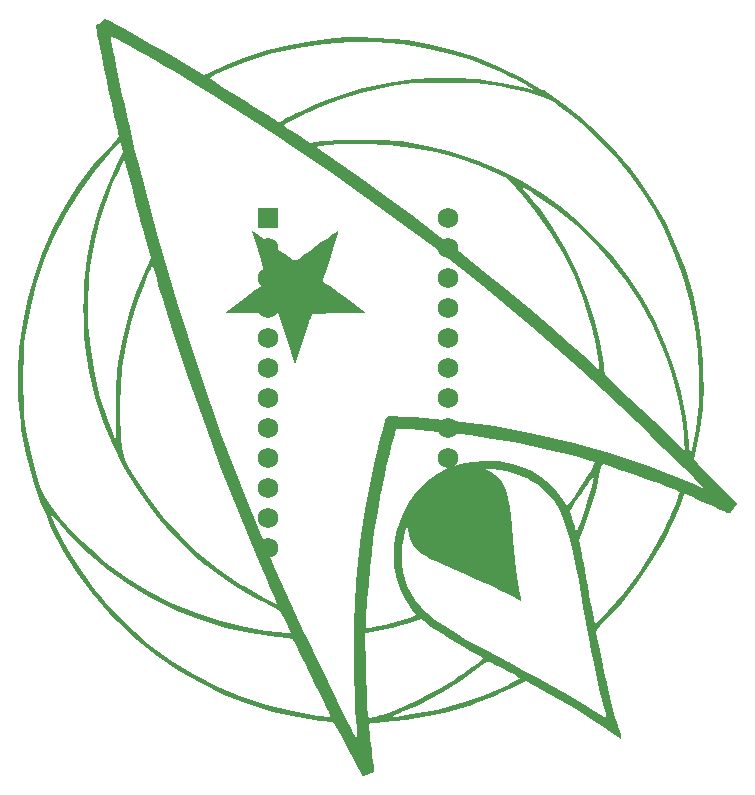
<source format=gbr>
%TF.GenerationSoftware,KiCad,Pcbnew,9.0.2*%
%TF.CreationDate,2025-06-13T21:11:19+02:00*%
%TF.ProjectId,quacken_pcb,71756163-6b65-46e5-9f70-63622e6b6963,v1.0.0*%
%TF.SameCoordinates,Original*%
%TF.FileFunction,Legend,Bot*%
%TF.FilePolarity,Positive*%
%FSLAX46Y46*%
G04 Gerber Fmt 4.6, Leading zero omitted, Abs format (unit mm)*
G04 Created by KiCad (PCBNEW 9.0.2) date 2025-06-13 21:11:19*
%MOMM*%
%LPD*%
G01*
G04 APERTURE LIST*
%ADD10C,0.000000*%
%ADD11R,1.752600X1.752600*%
%ADD12C,1.752600*%
G04 APERTURE END LIST*
D10*
%TO.C,G\u002A\u002A\u002A*%
G36*
X196212667Y-128351469D02*
G01*
X196164323Y-128560538D01*
X196072296Y-128893179D01*
X195941845Y-129332059D01*
X195778231Y-129859847D01*
X195586712Y-130459211D01*
X195372549Y-131112820D01*
X195141002Y-131803341D01*
X195080879Y-131986254D01*
X194989647Y-132292752D01*
X194935290Y-132517942D01*
X194927958Y-132622783D01*
X194993115Y-132679297D01*
X195179146Y-132823585D01*
X195466968Y-133040463D01*
X195837992Y-133316045D01*
X196273627Y-133636444D01*
X196755284Y-133987775D01*
X198540727Y-135284999D01*
X196268141Y-135327333D01*
X193995555Y-135369666D01*
X193850823Y-135792999D01*
X193835420Y-135838412D01*
X193752560Y-136087063D01*
X193630678Y-136456733D01*
X193479946Y-136916418D01*
X193310537Y-137435119D01*
X193132622Y-137981833D01*
X192559153Y-139747333D01*
X191843407Y-137538666D01*
X191127662Y-135330000D01*
X188855951Y-135307500D01*
X186584241Y-135284999D01*
X188332962Y-134014999D01*
X188737545Y-133721345D01*
X189181191Y-133399764D01*
X189565185Y-133121886D01*
X189870202Y-132901680D01*
X190076914Y-132753115D01*
X190165993Y-132690159D01*
X190172765Y-132655231D01*
X190142896Y-132475706D01*
X190062511Y-132157255D01*
X189935322Y-131713176D01*
X189765037Y-131156769D01*
X189555368Y-130501332D01*
X189375889Y-129945553D01*
X189212292Y-129429668D01*
X189075741Y-128989273D01*
X188972747Y-128645695D01*
X188909826Y-128420258D01*
X188893489Y-128334288D01*
X188929774Y-128349816D01*
X189085263Y-128448148D01*
X189345085Y-128624617D01*
X189690074Y-128865925D01*
X190101065Y-129158772D01*
X190558890Y-129489861D01*
X190844599Y-129697692D01*
X191295350Y-130024683D01*
X191696662Y-130314724D01*
X192026705Y-130552089D01*
X192263648Y-130721052D01*
X192385664Y-130805886D01*
X192415135Y-130824069D01*
X192481004Y-130849226D01*
X192562429Y-130845617D01*
X192676688Y-130803037D01*
X192841059Y-130711281D01*
X193072820Y-130560141D01*
X193389247Y-130339412D01*
X193807619Y-130038888D01*
X194345214Y-129648363D01*
X194762978Y-129344066D01*
X195209487Y-129018389D01*
X195596731Y-128735462D01*
X195905286Y-128509495D01*
X196115731Y-128354694D01*
X196208641Y-128285268D01*
X196212069Y-128283303D01*
X196212667Y-128351469D01*
G37*
G36*
X213597382Y-116468816D02*
G01*
X215362656Y-117670505D01*
X217023001Y-118990006D01*
X217064835Y-119026107D01*
X217545219Y-119460325D01*
X218093864Y-119985471D01*
X218678093Y-120567874D01*
X219265231Y-121173865D01*
X219822600Y-121769775D01*
X220317524Y-122321931D01*
X220717328Y-122796666D01*
X221651052Y-124025991D01*
X222841024Y-125820380D01*
X223899639Y-127700682D01*
X224819309Y-129650379D01*
X225592444Y-131652954D01*
X226211455Y-133691889D01*
X226668755Y-135750666D01*
X226669417Y-135754318D01*
X226940834Y-137618626D01*
X227092368Y-139527843D01*
X227113725Y-140804613D01*
X227124497Y-141448601D01*
X227037694Y-143347533D01*
X226832436Y-145191272D01*
X226509197Y-146946450D01*
X226323697Y-147771714D01*
X226529212Y-147963023D01*
X226641187Y-148073462D01*
X226852885Y-148288054D01*
X227146573Y-148588605D01*
X227504604Y-148957002D01*
X227909329Y-149375129D01*
X228343101Y-149824872D01*
X228623487Y-150116096D01*
X228984216Y-150490768D01*
X229951474Y-151495412D01*
X229674005Y-151856872D01*
X229565340Y-151998021D01*
X229421416Y-152183510D01*
X229342515Y-152283187D01*
X229300613Y-152283200D01*
X229127124Y-152228813D01*
X228845674Y-152117492D01*
X228483144Y-151960102D01*
X228066413Y-151767504D01*
X227916759Y-151696553D01*
X227243825Y-151381388D01*
X226663656Y-151116276D01*
X226188010Y-150906310D01*
X225828647Y-150756584D01*
X225597325Y-150672192D01*
X225505803Y-150658228D01*
X225467679Y-150742580D01*
X225380960Y-150953712D01*
X225259027Y-151258874D01*
X225114969Y-151625666D01*
X224669015Y-152699084D01*
X223753304Y-154579909D01*
X222690855Y-156410670D01*
X221495602Y-158169954D01*
X220181478Y-159836350D01*
X218762416Y-161388444D01*
X218649534Y-161503344D01*
X218361909Y-161803752D01*
X218173769Y-162019569D01*
X218067443Y-162175292D01*
X218025261Y-162295418D01*
X218029552Y-162404444D01*
X218251603Y-163538620D01*
X218486423Y-164705962D01*
X218702811Y-165741339D01*
X218905180Y-166663629D01*
X219097945Y-167491709D01*
X219285519Y-168244458D01*
X219472314Y-168940752D01*
X219662744Y-169599471D01*
X219685873Y-169674053D01*
X219861222Y-170239491D01*
X219895311Y-170346749D01*
X220014314Y-170735589D01*
X220105248Y-171055805D01*
X220159724Y-171276690D01*
X220169354Y-171367535D01*
X220097172Y-171341114D01*
X219915191Y-171232005D01*
X219652657Y-171057308D01*
X219338068Y-170835272D01*
X218746829Y-170416201D01*
X217607983Y-169653204D01*
X216361373Y-168872113D01*
X214989121Y-168061880D01*
X213473350Y-167211459D01*
X212125033Y-166471766D01*
X210891017Y-167063350D01*
X210477133Y-167260869D01*
X209914026Y-167524475D01*
X209433148Y-167740217D01*
X208992162Y-167925652D01*
X208548734Y-168098335D01*
X208060528Y-168275821D01*
X207485208Y-168475667D01*
X207254150Y-168553795D01*
X205512045Y-169074313D01*
X203751835Y-169475810D01*
X201932796Y-169766342D01*
X200014205Y-169953968D01*
X199872213Y-169964158D01*
X199461716Y-169996539D01*
X199125521Y-170027385D01*
X198895190Y-170053617D01*
X198802288Y-170072157D01*
X198799618Y-170089787D01*
X198806030Y-170239564D01*
X198828630Y-170517920D01*
X198864420Y-170896685D01*
X198910404Y-171347687D01*
X198963584Y-171842755D01*
X199020962Y-172353719D01*
X199079540Y-172852406D01*
X199136323Y-173310646D01*
X199188312Y-173700268D01*
X199256386Y-174184871D01*
X198784027Y-174349751D01*
X198572770Y-174422520D01*
X198365897Y-174491268D01*
X198269334Y-174519864D01*
X198256352Y-174515574D01*
X198230079Y-174486880D01*
X198185584Y-174419306D01*
X198115306Y-174298972D01*
X198011682Y-174111997D01*
X197867153Y-173844499D01*
X197674157Y-173482598D01*
X197425131Y-173012413D01*
X197112516Y-172420062D01*
X196728750Y-171691666D01*
X196636613Y-171517002D01*
X196391065Y-171054446D01*
X196174426Y-170650511D01*
X195999089Y-170328055D01*
X195877447Y-170109935D01*
X195821890Y-170019007D01*
X195815760Y-170014607D01*
X195689059Y-169978942D01*
X195433045Y-169932053D01*
X195081291Y-169879525D01*
X194667373Y-169826944D01*
X192761124Y-169537761D01*
X190638598Y-169057199D01*
X188560503Y-168418152D01*
X186536438Y-167625284D01*
X184576003Y-166683260D01*
X182688797Y-165596742D01*
X180884418Y-164370395D01*
X179172466Y-163008881D01*
X177562541Y-161516865D01*
X176802251Y-160727099D01*
X175372701Y-159061535D01*
X174077826Y-157297908D01*
X172921638Y-155444245D01*
X171908147Y-153508573D01*
X171411497Y-152357078D01*
X171827573Y-152357078D01*
X171882770Y-152518295D01*
X172010153Y-152804427D01*
X172211953Y-153223780D01*
X172490400Y-153784666D01*
X172922284Y-154623245D01*
X173568098Y-155778790D01*
X174240399Y-156856492D01*
X174973078Y-157909676D01*
X175800031Y-158991666D01*
X175984034Y-159217146D01*
X176471200Y-159776794D01*
X177044755Y-160396726D01*
X177673270Y-161045509D01*
X178325314Y-161691709D01*
X178969460Y-162303893D01*
X179574276Y-162850629D01*
X180108334Y-163300483D01*
X180431403Y-163555419D01*
X182218557Y-164838766D01*
X184092841Y-165979361D01*
X186045191Y-166973347D01*
X188066541Y-167816864D01*
X190147828Y-168506056D01*
X192279986Y-169037063D01*
X194453951Y-169406029D01*
X194810167Y-169451738D01*
X195152180Y-169493713D01*
X195401845Y-169522181D01*
X195521418Y-169532666D01*
X195534307Y-169505887D01*
X195496720Y-169361678D01*
X195397187Y-169120636D01*
X195247872Y-168814690D01*
X195189588Y-168700832D01*
X195027747Y-168377573D01*
X194811346Y-167939299D01*
X194552556Y-167410899D01*
X194263548Y-166817266D01*
X193956493Y-166183288D01*
X193643564Y-165533856D01*
X193432021Y-165094569D01*
X193151612Y-164515262D01*
X192899313Y-163997462D01*
X192684106Y-163559422D01*
X192514972Y-163219399D01*
X192400892Y-162995648D01*
X192350849Y-162906422D01*
X192262421Y-162877035D01*
X192036373Y-162837136D01*
X191710606Y-162794538D01*
X191321357Y-162754586D01*
X190979330Y-162721651D01*
X188821622Y-162415993D01*
X186690352Y-161945337D01*
X184599053Y-161313130D01*
X182561261Y-160522821D01*
X182039174Y-160289875D01*
X180198102Y-159353917D01*
X178415077Y-158268737D01*
X176706713Y-157046894D01*
X175089623Y-155700947D01*
X173580421Y-154243456D01*
X172195721Y-152686978D01*
X172072792Y-152539821D01*
X171924814Y-152376149D01*
X171842331Y-152312465D01*
X171827573Y-152357078D01*
X171411497Y-152357078D01*
X171041365Y-151498918D01*
X170325305Y-149423309D01*
X169763976Y-147289771D01*
X169361391Y-145106333D01*
X169297982Y-144644583D01*
X169106556Y-142518646D01*
X169084856Y-141014041D01*
X169518714Y-141014041D01*
X169525151Y-141868765D01*
X169544259Y-142687864D01*
X169576040Y-143438031D01*
X169620496Y-144085956D01*
X169677631Y-144598333D01*
X169785075Y-145285575D01*
X169989733Y-146413136D01*
X170222172Y-147507552D01*
X170474395Y-148534790D01*
X170738403Y-149460815D01*
X171006198Y-150251594D01*
X171081340Y-150426749D01*
X171333345Y-150878216D01*
X171693333Y-151410811D01*
X172145404Y-152006743D01*
X172673658Y-152648224D01*
X173262199Y-153317465D01*
X173895125Y-153996676D01*
X174556539Y-154668070D01*
X175230540Y-155313857D01*
X175901231Y-155916248D01*
X176552713Y-156457454D01*
X176566651Y-156468497D01*
X178295548Y-157732420D01*
X180108412Y-158855519D01*
X181994511Y-159833232D01*
X183943116Y-160660997D01*
X185943497Y-161334250D01*
X187984924Y-161848432D01*
X190056667Y-162198978D01*
X190371123Y-162238297D01*
X190840706Y-162293932D01*
X191271010Y-162341671D01*
X191597758Y-162374204D01*
X192165182Y-162424546D01*
X191730348Y-161487453D01*
X191295514Y-160550359D01*
X189866607Y-159822866D01*
X189497403Y-159630667D01*
X188346954Y-158983369D01*
X187184961Y-158262787D01*
X186070172Y-157506466D01*
X185061334Y-156751950D01*
X184905915Y-156625970D01*
X184431827Y-156216389D01*
X183887149Y-155717141D01*
X183300351Y-155156643D01*
X182699906Y-154563312D01*
X182114285Y-153965566D01*
X181571960Y-153391820D01*
X181101402Y-152870492D01*
X180731081Y-152429999D01*
X180481565Y-152111897D01*
X179203778Y-150324198D01*
X178078397Y-148463025D01*
X177106175Y-146530186D01*
X176287866Y-144527488D01*
X175624225Y-142456741D01*
X175116005Y-140319751D01*
X174763960Y-138118328D01*
X174747148Y-137970563D01*
X174696204Y-137359113D01*
X174658308Y-136635983D01*
X174633749Y-135841223D01*
X174630379Y-135586477D01*
X175003799Y-135586477D01*
X175022724Y-136364114D01*
X175062843Y-137020666D01*
X175217778Y-138434678D01*
X175567367Y-140524194D01*
X176052382Y-142514160D01*
X176673216Y-144406368D01*
X176767614Y-144655893D01*
X176931052Y-145076091D01*
X177083885Y-145456211D01*
X177202436Y-145736739D01*
X177406895Y-146197813D01*
X177372484Y-143874073D01*
X177369517Y-143602557D01*
X177739662Y-143602557D01*
X177753094Y-144460369D01*
X177782620Y-145263833D01*
X177828278Y-145974881D01*
X177890103Y-146555442D01*
X177907566Y-146679586D01*
X177973819Y-147104167D01*
X178042582Y-147425295D01*
X178129985Y-147695286D01*
X178252158Y-147966452D01*
X178425229Y-148291108D01*
X178877879Y-149078381D01*
X180043140Y-150865271D01*
X181343487Y-152554825D01*
X182771243Y-154138896D01*
X184318729Y-155609335D01*
X185978266Y-156957995D01*
X187742175Y-158176730D01*
X187984340Y-158326545D01*
X188357323Y-158547989D01*
X188776804Y-158789419D01*
X189218652Y-159037736D01*
X189658734Y-159279841D01*
X190072916Y-159502632D01*
X190437067Y-159693011D01*
X190727053Y-159837876D01*
X190918742Y-159924129D01*
X190988001Y-159938669D01*
X190978640Y-159910868D01*
X190913864Y-159751645D01*
X190795588Y-159471743D01*
X190633400Y-159093586D01*
X190436886Y-158639598D01*
X190215634Y-158132203D01*
X189270777Y-155937913D01*
X187748551Y-152252582D01*
X186276883Y-148502525D01*
X184869438Y-144724803D01*
X183539879Y-140956480D01*
X182301874Y-137234616D01*
X181169086Y-133596276D01*
X181140573Y-133501302D01*
X180964931Y-132917961D01*
X180806113Y-132393343D01*
X180670452Y-131948153D01*
X180564279Y-131603093D01*
X180493925Y-131378870D01*
X180465722Y-131296187D01*
X180465106Y-131296016D01*
X180422201Y-131370084D01*
X180326278Y-131568596D01*
X180190977Y-131862541D01*
X180029940Y-132222910D01*
X179798679Y-132762146D01*
X179158233Y-134457299D01*
X178633865Y-136196663D01*
X178216339Y-138013648D01*
X177896422Y-139941666D01*
X177846151Y-140389226D01*
X177795569Y-141083731D01*
X177760935Y-141876168D01*
X177742288Y-142728467D01*
X177739662Y-143602557D01*
X177369517Y-143602557D01*
X177363521Y-143053792D01*
X177363920Y-142365213D01*
X177374740Y-141780519D01*
X177396969Y-141267001D01*
X177431592Y-140791952D01*
X177479596Y-140322666D01*
X177585380Y-139497970D01*
X177959112Y-137394584D01*
X178477382Y-135360032D01*
X179146864Y-133370447D01*
X179974233Y-131401966D01*
X180321016Y-130651599D01*
X179823224Y-128861966D01*
X179705393Y-128434547D01*
X179520545Y-127754053D01*
X179315586Y-126990562D01*
X179102889Y-126190454D01*
X178894827Y-125400106D01*
X178703774Y-124665898D01*
X178082114Y-122259463D01*
X177593310Y-123268898D01*
X177143836Y-124259021D01*
X176497398Y-125946115D01*
X175951241Y-127726171D01*
X175515081Y-129566063D01*
X175198635Y-131432666D01*
X175187315Y-131518977D01*
X175117315Y-132200486D01*
X175062827Y-132994760D01*
X175024987Y-133855030D01*
X175004932Y-134734526D01*
X175003799Y-135586477D01*
X174630379Y-135586477D01*
X174622818Y-135014881D01*
X174625803Y-134197006D01*
X174642994Y-133427646D01*
X174674680Y-132746850D01*
X174721151Y-132194666D01*
X174933401Y-130655271D01*
X175362129Y-128510135D01*
X175937837Y-126443554D01*
X176662380Y-124449149D01*
X177537617Y-122520540D01*
X177951841Y-121694080D01*
X177841077Y-121256893D01*
X177730314Y-120819706D01*
X176894937Y-121744686D01*
X175592441Y-123286589D01*
X174297346Y-125062688D01*
X173152784Y-126915882D01*
X172158476Y-128846774D01*
X171314144Y-130855964D01*
X170619512Y-132944053D01*
X170074300Y-135111642D01*
X169678232Y-137359333D01*
X169676486Y-137371855D01*
X169619613Y-137905074D01*
X169575396Y-138569210D01*
X169543839Y-139330955D01*
X169524944Y-140157002D01*
X169518714Y-141014041D01*
X169084856Y-141014041D01*
X169075825Y-140387895D01*
X169202321Y-138263395D01*
X169482572Y-136156206D01*
X169913109Y-134077392D01*
X170490464Y-132038016D01*
X171211167Y-130049140D01*
X172071748Y-128121826D01*
X173068737Y-126267138D01*
X174198665Y-124496139D01*
X175458063Y-122819890D01*
X176843461Y-121249455D01*
X177014418Y-121069693D01*
X177283528Y-120777998D01*
X177457777Y-120568949D01*
X177554306Y-120418045D01*
X177590254Y-120300786D01*
X177582762Y-120192671D01*
X177570720Y-120137046D01*
X177521715Y-119916177D01*
X177444331Y-119570665D01*
X177344615Y-119127416D01*
X177228615Y-118613336D01*
X177102378Y-118055333D01*
X177002639Y-117608712D01*
X176873555Y-117017090D01*
X176733626Y-116364044D01*
X176587060Y-115670212D01*
X176438061Y-114956231D01*
X176290839Y-114242738D01*
X176149597Y-113550371D01*
X176018544Y-112899767D01*
X175901886Y-112311563D01*
X175839621Y-111990785D01*
X176953975Y-111990785D01*
X176983293Y-112227483D01*
X177044909Y-112600139D01*
X177135618Y-113093515D01*
X177252214Y-113692376D01*
X177391490Y-114381485D01*
X177550242Y-115145608D01*
X177725263Y-115969507D01*
X177913347Y-116837947D01*
X178111289Y-117735691D01*
X178315882Y-118647505D01*
X178523922Y-119558151D01*
X178732202Y-120452395D01*
X178937516Y-121314999D01*
X179291334Y-122762598D01*
X180830081Y-128624486D01*
X181422372Y-130651599D01*
X182522230Y-134415853D01*
X184369221Y-140140640D01*
X186372495Y-145802783D01*
X188533493Y-151406222D01*
X190853654Y-156954895D01*
X192200007Y-159938669D01*
X193321697Y-162424546D01*
X193334419Y-162452741D01*
X195977229Y-167903697D01*
X196201146Y-168349433D01*
X196617940Y-169175796D01*
X196785731Y-169505887D01*
X196966330Y-169861173D01*
X197250314Y-170413129D01*
X197473890Y-170839231D01*
X197641057Y-171147044D01*
X197755811Y-171344133D01*
X197822152Y-171438065D01*
X197844078Y-171436405D01*
X197838198Y-171344248D01*
X197818319Y-171107568D01*
X197786876Y-170756874D01*
X197746438Y-170320741D01*
X197699570Y-169827738D01*
X197683378Y-169644937D01*
X197641373Y-169011236D01*
X197606635Y-168242250D01*
X197579160Y-167363176D01*
X197558942Y-166399207D01*
X197545972Y-165375538D01*
X197540247Y-164317364D01*
X197541759Y-163249879D01*
X197548429Y-162447561D01*
X198498609Y-162447561D01*
X198554596Y-165333947D01*
X198563400Y-165766294D01*
X198579579Y-166474909D01*
X198596945Y-167145168D01*
X198614709Y-167750882D01*
X198632082Y-168265858D01*
X198648276Y-168663905D01*
X198662504Y-168918833D01*
X198678066Y-169128698D01*
X198710728Y-169405604D01*
X198776169Y-169555661D01*
X198907172Y-169599959D01*
X199136521Y-169559585D01*
X199383867Y-169488254D01*
X200752599Y-169488254D01*
X200843097Y-169506154D01*
X201088104Y-169488704D01*
X201486667Y-169441561D01*
X202466252Y-169302769D01*
X204578537Y-168894716D01*
X206622764Y-168343134D01*
X208624548Y-167640548D01*
X210609501Y-166779485D01*
X210642153Y-166763928D01*
X211000578Y-166586358D01*
X211292920Y-166429483D01*
X211489841Y-166309802D01*
X211562001Y-166243814D01*
X211506401Y-166190948D01*
X211322160Y-166070795D01*
X211032225Y-165900282D01*
X210660648Y-165693496D01*
X210231485Y-165464528D01*
X209897597Y-165290542D01*
X209502952Y-165089188D01*
X209218447Y-164953294D01*
X209020665Y-164873932D01*
X208886194Y-164842175D01*
X208791619Y-164849095D01*
X208713525Y-164885765D01*
X208581613Y-164976774D01*
X208345470Y-165148906D01*
X208042086Y-165375178D01*
X207705522Y-165630430D01*
X206674513Y-166369061D01*
X205453091Y-167145729D01*
X204157714Y-167880910D01*
X202837462Y-168546852D01*
X201541416Y-169115804D01*
X201417659Y-169165881D01*
X201038929Y-169323774D01*
X200817559Y-169429346D01*
X200752599Y-169488254D01*
X199383867Y-169488254D01*
X199497001Y-169455628D01*
X200200659Y-169224613D01*
X201060697Y-168895941D01*
X201984648Y-168503184D01*
X202934065Y-168064174D01*
X203870504Y-167596741D01*
X204755520Y-167118715D01*
X205550667Y-166647928D01*
X205870814Y-166442608D01*
X206284642Y-166166160D01*
X206717117Y-165867733D01*
X207145485Y-165563940D01*
X207546993Y-165271396D01*
X207898886Y-165006716D01*
X208178410Y-164786513D01*
X208362811Y-164627403D01*
X208429334Y-164546001D01*
X208361274Y-164468833D01*
X208196501Y-164375366D01*
X208195636Y-164374978D01*
X207834040Y-164196533D01*
X207364500Y-163940914D01*
X206818208Y-163627273D01*
X206226356Y-163274763D01*
X205620137Y-162902534D01*
X205030743Y-162529739D01*
X204489368Y-162175530D01*
X204027202Y-161859058D01*
X203675439Y-161599476D01*
X203197211Y-161223874D01*
X202255811Y-161521972D01*
X201621067Y-161713334D01*
X200734467Y-161955397D01*
X199848155Y-162172195D01*
X199040138Y-162343791D01*
X198498609Y-162447561D01*
X197548429Y-162447561D01*
X197550502Y-162198277D01*
X197553677Y-161997333D01*
X198525181Y-161997333D01*
X198757091Y-161987511D01*
X198940682Y-161972596D01*
X199158334Y-161938580D01*
X199532068Y-161850589D01*
X200158048Y-161696463D01*
X200772654Y-161537610D01*
X201350290Y-161381205D01*
X201865363Y-161234422D01*
X202292278Y-161104436D01*
X202605441Y-160998421D01*
X202779259Y-160923552D01*
X202781206Y-160922024D01*
X202755986Y-160838574D01*
X202640267Y-160668358D01*
X202457581Y-160446289D01*
X202175778Y-160079808D01*
X201831238Y-159514139D01*
X201514177Y-158871756D01*
X201249153Y-158203407D01*
X201060726Y-157559838D01*
X201053569Y-157528362D01*
X200938537Y-156791111D01*
X200894824Y-155971425D01*
X200900463Y-155787924D01*
X201587092Y-155787924D01*
X201607046Y-156518653D01*
X201685961Y-157206719D01*
X201825197Y-157806333D01*
X202045241Y-158420839D01*
X202345934Y-159056128D01*
X202716343Y-159643783D01*
X203171773Y-160200208D01*
X203727526Y-160741806D01*
X204398907Y-161284979D01*
X205201219Y-161846131D01*
X206149766Y-162441666D01*
X206374106Y-162575691D01*
X206761310Y-162802082D01*
X207185919Y-163043887D01*
X207666788Y-163311457D01*
X208222775Y-163615145D01*
X208872737Y-163965302D01*
X209635529Y-164372282D01*
X209963245Y-164546001D01*
X210530007Y-164846436D01*
X210640765Y-164905030D01*
X211774933Y-165507733D01*
X212777668Y-166046156D01*
X213140763Y-166243814D01*
X213667450Y-166530527D01*
X214462758Y-166971072D01*
X215182070Y-167378018D01*
X215843867Y-167761594D01*
X216466627Y-168132026D01*
X216651993Y-168244257D01*
X217123815Y-168533887D01*
X217584270Y-168821457D01*
X217988595Y-169078865D01*
X218292028Y-169278010D01*
X218439079Y-169376339D01*
X218690060Y-169539265D01*
X218863355Y-169644930D01*
X218928001Y-169674053D01*
X218927084Y-169668231D01*
X218899288Y-169548460D01*
X218837350Y-169294955D01*
X218747490Y-168932813D01*
X218635928Y-168487133D01*
X218508884Y-167983013D01*
X218382413Y-167472703D01*
X218195689Y-166679625D01*
X218009056Y-165836047D01*
X217818585Y-164922436D01*
X217620353Y-163919260D01*
X217410431Y-162806983D01*
X217184894Y-161566074D01*
X216939815Y-160176999D01*
X216752260Y-159112694D01*
X216539361Y-157941135D01*
X216343502Y-156911656D01*
X216161247Y-156010097D01*
X215989158Y-155222294D01*
X215825275Y-154540220D01*
X216547343Y-154540220D01*
X216802242Y-155707610D01*
X216857297Y-155968152D01*
X216958657Y-156474263D01*
X217075535Y-157081800D01*
X217200500Y-157751333D01*
X217326124Y-158443432D01*
X217444976Y-159118666D01*
X217548048Y-159707653D01*
X217647569Y-160262152D01*
X217736604Y-160744125D01*
X217810714Y-161129962D01*
X217865457Y-161396055D01*
X217896394Y-161518796D01*
X217908982Y-161542860D01*
X217961373Y-161567343D01*
X218055387Y-161522877D01*
X218209024Y-161395311D01*
X218440286Y-161170495D01*
X218767172Y-160834278D01*
X219035101Y-160551372D01*
X220386645Y-158994774D01*
X221615423Y-157346183D01*
X222734201Y-155587343D01*
X223755745Y-153699999D01*
X223834063Y-153540891D01*
X224035782Y-153115153D01*
X224249147Y-152646476D01*
X224462280Y-152162921D01*
X224663301Y-151692550D01*
X224840329Y-151263425D01*
X224981486Y-150903607D01*
X225074892Y-150641159D01*
X225108667Y-150504142D01*
X225108864Y-150490768D01*
X225102825Y-150467779D01*
X225072337Y-150440629D01*
X224998342Y-150401157D01*
X224861782Y-150341203D01*
X224643599Y-150252604D01*
X224324737Y-150127199D01*
X223886138Y-149956827D01*
X223308744Y-149733326D01*
X222987559Y-149611316D01*
X222518061Y-149438222D01*
X221990860Y-149248196D01*
X221430061Y-149049517D01*
X220859768Y-148850466D01*
X220304086Y-148659322D01*
X219787120Y-148484365D01*
X219332976Y-148333874D01*
X218965757Y-148216130D01*
X218709570Y-148139412D01*
X218588519Y-148111999D01*
X218528863Y-148153981D01*
X218465652Y-148302499D01*
X218432605Y-148452539D01*
X218371594Y-148730520D01*
X218296397Y-149073623D01*
X218291801Y-149094591D01*
X218202022Y-149504634D01*
X218173705Y-149631092D01*
X217979993Y-150401002D01*
X217735490Y-151253858D01*
X217458739Y-152130445D01*
X217168283Y-152971545D01*
X216882664Y-153717943D01*
X216547343Y-154540220D01*
X215825275Y-154540220D01*
X215823801Y-154534087D01*
X215661737Y-153931314D01*
X215499531Y-153399813D01*
X215333747Y-152925424D01*
X215160946Y-152493984D01*
X214977694Y-152091333D01*
X214974132Y-152084259D01*
X215795334Y-152084259D01*
X215811544Y-152158550D01*
X215872492Y-152367761D01*
X215968145Y-152671632D01*
X216087244Y-153033556D01*
X216090261Y-153042556D01*
X216196786Y-153368836D01*
X216276317Y-153599172D01*
X216341765Y-153724838D01*
X216406039Y-153737107D01*
X216482047Y-153627254D01*
X216582701Y-153386553D01*
X216720910Y-153006277D01*
X216909582Y-152477700D01*
X217003284Y-152206367D01*
X217182992Y-151640764D01*
X217374177Y-150993111D01*
X217561933Y-150316189D01*
X217731353Y-149662779D01*
X217867533Y-149085666D01*
X217869858Y-149073623D01*
X217845655Y-149047158D01*
X217745304Y-149159266D01*
X217575038Y-149401879D01*
X217341091Y-149766932D01*
X217113215Y-150125567D01*
X216813289Y-150581579D01*
X216521371Y-151010621D01*
X216277079Y-151353613D01*
X216155778Y-151520197D01*
X215970444Y-151786485D01*
X215842840Y-151985815D01*
X215795334Y-152084259D01*
X214974132Y-152084259D01*
X214809301Y-151756893D01*
X214628488Y-151448541D01*
X214424650Y-151169579D01*
X214163009Y-150873012D01*
X213808786Y-150511846D01*
X213459588Y-150173687D01*
X213157318Y-149909332D01*
X212869407Y-149699997D01*
X212545549Y-149509269D01*
X212135437Y-149300740D01*
X211628455Y-149075134D01*
X210774989Y-148784397D01*
X209932666Y-148601299D01*
X209149001Y-148537979D01*
X208641001Y-148538400D01*
X209106667Y-148790530D01*
X209156887Y-148818036D01*
X209469674Y-149008779D01*
X209738351Y-149218011D01*
X209968027Y-149460801D01*
X210163807Y-149752221D01*
X210330798Y-150107340D01*
X210474107Y-150541228D01*
X210598840Y-151068956D01*
X210710104Y-151705594D01*
X210813006Y-152466211D01*
X210912653Y-153365878D01*
X211014150Y-154419666D01*
X211100730Y-155341568D01*
X211188888Y-156221043D01*
X211271282Y-156970394D01*
X211350457Y-157610063D01*
X211428959Y-158160490D01*
X211509336Y-158642115D01*
X211594134Y-159075379D01*
X211600267Y-159104606D01*
X211656091Y-159393400D01*
X211688615Y-159604947D01*
X211690967Y-159695255D01*
X211679156Y-159695456D01*
X211558822Y-159646263D01*
X211340062Y-159535553D01*
X211059114Y-159381330D01*
X210757161Y-159214134D01*
X210402967Y-159027952D01*
X210007342Y-158830893D01*
X209551091Y-158614026D01*
X209015025Y-158368422D01*
X208379949Y-158085151D01*
X207626672Y-157755283D01*
X206736001Y-157369889D01*
X206530289Y-157281075D01*
X205703643Y-156919415D01*
X205014487Y-156608119D01*
X204446147Y-156338360D01*
X203981948Y-156101311D01*
X203605217Y-155888144D01*
X203299279Y-155690031D01*
X203047461Y-155498146D01*
X202833087Y-155303661D01*
X202646305Y-155092905D01*
X202352951Y-154628767D01*
X202152282Y-154121650D01*
X202072428Y-153633323D01*
X202065521Y-153318999D01*
X201950786Y-153580438D01*
X201867386Y-153797661D01*
X201718623Y-154381638D01*
X201624738Y-155060323D01*
X201587092Y-155787924D01*
X200900463Y-155787924D01*
X200920708Y-155129061D01*
X201014466Y-154323778D01*
X201174377Y-153615333D01*
X201230112Y-153435613D01*
X201669895Y-152300303D01*
X202223672Y-151281820D01*
X202886657Y-150385075D01*
X203654067Y-149614976D01*
X204521119Y-148976434D01*
X205483029Y-148474358D01*
X206535013Y-148113658D01*
X207475901Y-147919168D01*
X208647827Y-147820379D01*
X209807648Y-147877611D01*
X210934618Y-148089570D01*
X212007989Y-148454964D01*
X212566764Y-148724530D01*
X213363977Y-149220794D01*
X214099276Y-149809018D01*
X214736860Y-150459444D01*
X215240932Y-151142315D01*
X215562955Y-151664034D01*
X215844730Y-151295004D01*
X215966526Y-151130804D01*
X216208733Y-150785863D01*
X216480764Y-150380985D01*
X216767047Y-149941203D01*
X217052010Y-149491553D01*
X217320081Y-149057070D01*
X217555688Y-148662788D01*
X217743258Y-148333743D01*
X217867220Y-148094969D01*
X217912001Y-147971501D01*
X217908168Y-147956439D01*
X217869237Y-147921100D01*
X217775534Y-147877198D01*
X217611393Y-147820179D01*
X217361149Y-147745488D01*
X217009135Y-147648571D01*
X216539687Y-147524874D01*
X215937137Y-147369841D01*
X215185821Y-147178918D01*
X214674239Y-147051897D01*
X212903551Y-146647464D01*
X211070523Y-146279189D01*
X209211267Y-145952657D01*
X207361898Y-145673454D01*
X205558526Y-145447165D01*
X203837265Y-145279377D01*
X202234228Y-145175675D01*
X201076789Y-145122938D01*
X200980632Y-145495635D01*
X200960135Y-145574180D01*
X200878490Y-145874866D01*
X200807113Y-146122333D01*
X200755996Y-146303728D01*
X200659384Y-146683501D01*
X200541189Y-147177564D01*
X200408191Y-147755447D01*
X200267167Y-148386683D01*
X200124898Y-149040804D01*
X199988161Y-149687341D01*
X199863737Y-150295825D01*
X199758403Y-150835789D01*
X199744056Y-150911980D01*
X199523128Y-152137402D01*
X199330335Y-153320048D01*
X199162208Y-154490215D01*
X199015279Y-155678196D01*
X198886079Y-156914286D01*
X198771141Y-158228782D01*
X198666994Y-159651977D01*
X198570172Y-161214166D01*
X198525181Y-161997333D01*
X197553677Y-161997333D01*
X197566470Y-161187754D01*
X197589656Y-160243503D01*
X197620056Y-159390719D01*
X197657661Y-158654598D01*
X197702467Y-158060333D01*
X197876107Y-156362696D01*
X198155696Y-154111954D01*
X198485608Y-151956516D01*
X198872854Y-149855846D01*
X199324443Y-147769409D01*
X199847384Y-145656666D01*
X199964350Y-145219604D01*
X200084683Y-144789337D01*
X200188033Y-144439920D01*
X200266164Y-144199110D01*
X200310841Y-144094664D01*
X200386844Y-144074340D01*
X200625081Y-144062571D01*
X201011871Y-144065999D01*
X201536038Y-144084486D01*
X202186405Y-144117894D01*
X202626553Y-144144624D01*
X206027148Y-144445817D01*
X209422024Y-144912757D01*
X212798391Y-145542465D01*
X216143461Y-146331966D01*
X219444446Y-147278282D01*
X221488595Y-147971501D01*
X222688559Y-148378437D01*
X225863009Y-149629453D01*
X226115327Y-149735226D01*
X226502881Y-149893850D01*
X226816287Y-150017249D01*
X227028413Y-150094855D01*
X227112127Y-150116096D01*
X227072826Y-150062498D01*
X226924334Y-149901730D01*
X226677285Y-149646123D01*
X226343932Y-149307727D01*
X225936527Y-148898592D01*
X225467323Y-148430769D01*
X224948573Y-147916307D01*
X224392529Y-147367258D01*
X223811444Y-146795670D01*
X223217572Y-146213594D01*
X222623164Y-145633080D01*
X222040473Y-145066179D01*
X221481753Y-144524939D01*
X220959255Y-144021413D01*
X220485232Y-143567649D01*
X220071938Y-143175698D01*
X219731624Y-142857610D01*
X216687053Y-140088902D01*
X212577450Y-136499174D01*
X208440995Y-133056504D01*
X204261018Y-129748117D01*
X200020849Y-126561240D01*
X195703817Y-123483098D01*
X192372038Y-121230333D01*
X194277954Y-121230333D01*
X195448144Y-122029059D01*
X196494122Y-122749616D01*
X198420785Y-124108567D01*
X200403668Y-125545196D01*
X202422380Y-127043452D01*
X204456532Y-128587283D01*
X206485732Y-130160636D01*
X208489589Y-131747459D01*
X210447713Y-133331702D01*
X212339714Y-134897311D01*
X214145200Y-136428236D01*
X215843781Y-137908424D01*
X217415067Y-139321823D01*
X217473359Y-139375090D01*
X217774749Y-139646371D01*
X218026930Y-139866687D01*
X218204961Y-140014598D01*
X218283901Y-140068666D01*
X218301168Y-140020422D01*
X218292802Y-139830810D01*
X218254518Y-139520883D01*
X218190993Y-139115716D01*
X218106901Y-138640384D01*
X218006921Y-138119960D01*
X217895729Y-137579520D01*
X217778001Y-137044140D01*
X217658415Y-136538892D01*
X217541645Y-136088853D01*
X216911068Y-134082929D01*
X216126773Y-132121258D01*
X215195506Y-130235541D01*
X214113359Y-128418602D01*
X212876423Y-126663263D01*
X211480787Y-124962348D01*
X211252415Y-124703986D01*
X211828921Y-124703986D01*
X211873166Y-124789522D01*
X212004527Y-124961319D01*
X212197082Y-125185200D01*
X212216618Y-125207093D01*
X212431999Y-125460972D01*
X212709889Y-125804159D01*
X213016546Y-126194391D01*
X213318226Y-126589407D01*
X214412274Y-128159889D01*
X215477709Y-129954218D01*
X216411070Y-131827186D01*
X217204986Y-133760702D01*
X217852090Y-135736675D01*
X218345012Y-137737013D01*
X218676382Y-139743626D01*
X218710660Y-140020422D01*
X218777677Y-140561585D01*
X219424339Y-141151535D01*
X219643453Y-141352795D01*
X219995389Y-141678854D01*
X220407215Y-142062561D01*
X220844240Y-142471579D01*
X221271776Y-142873575D01*
X221395445Y-142990297D01*
X221853258Y-143423894D01*
X222382510Y-143926932D01*
X222944848Y-144462875D01*
X223501922Y-144995187D01*
X224015380Y-145487333D01*
X225558209Y-146968999D01*
X225499323Y-146164666D01*
X225441296Y-145526673D01*
X225265500Y-144232590D01*
X225013973Y-142879319D01*
X224698521Y-141520513D01*
X224330949Y-140209822D01*
X223923062Y-139000897D01*
X223618137Y-138216528D01*
X222728789Y-136243990D01*
X221699674Y-134361502D01*
X220535668Y-132575106D01*
X219241646Y-130890845D01*
X217822484Y-129314758D01*
X216283059Y-127852890D01*
X214628247Y-126511282D01*
X212862922Y-125295976D01*
X212738500Y-125217757D01*
X212391394Y-125004700D01*
X212106531Y-124837408D01*
X211910588Y-124731236D01*
X211830239Y-124701539D01*
X211828921Y-124703986D01*
X211252415Y-124703986D01*
X211240036Y-124689981D01*
X210957319Y-124378872D01*
X210730981Y-124151191D01*
X210528486Y-123980477D01*
X210317297Y-123840267D01*
X210064876Y-123704100D01*
X209738687Y-123545513D01*
X208217862Y-122883441D01*
X206358893Y-122228627D01*
X204431975Y-121704309D01*
X202463795Y-121315620D01*
X200481040Y-121067692D01*
X198510397Y-120965657D01*
X196578553Y-121014648D01*
X196117147Y-121046550D01*
X195618043Y-121084010D01*
X195182739Y-121119754D01*
X194846304Y-121150884D01*
X194643811Y-121174503D01*
X194277954Y-121230333D01*
X192372038Y-121230333D01*
X191293250Y-120500916D01*
X189586626Y-119406524D01*
X191580667Y-119406524D01*
X191602712Y-119433535D01*
X191739193Y-119544044D01*
X191979592Y-119719865D01*
X192299769Y-119943557D01*
X192675583Y-120197677D01*
X193770499Y-120927054D01*
X194813417Y-120786656D01*
X195381342Y-120728048D01*
X196080790Y-120684229D01*
X196873204Y-120655321D01*
X197721203Y-120641290D01*
X198587408Y-120642098D01*
X199434437Y-120657711D01*
X200224911Y-120688093D01*
X200921447Y-120733209D01*
X201486667Y-120793021D01*
X203704368Y-121176269D01*
X205836525Y-121703644D01*
X207883973Y-122376046D01*
X209850073Y-123194724D01*
X211738184Y-124160926D01*
X213551667Y-125275901D01*
X214929041Y-126258693D01*
X216594441Y-127627494D01*
X218138657Y-129108833D01*
X219557356Y-130695320D01*
X220846204Y-132379563D01*
X222000869Y-134154169D01*
X223017016Y-136011747D01*
X223890311Y-137944905D01*
X224616423Y-139946250D01*
X225191017Y-142008393D01*
X225609760Y-144123939D01*
X225868319Y-146285498D01*
X225874286Y-146358216D01*
X225909938Y-146760941D01*
X225931044Y-146968999D01*
X225943612Y-147092898D01*
X225971758Y-147321387D01*
X225990825Y-147413712D01*
X226010254Y-147417772D01*
X226046205Y-147354901D01*
X226093558Y-147188594D01*
X226157962Y-146897684D01*
X226245065Y-146460999D01*
X226466404Y-145167278D01*
X226705513Y-142984224D01*
X226777273Y-140804613D01*
X226682677Y-138635706D01*
X226422718Y-136484766D01*
X225998389Y-134359056D01*
X225410683Y-132265837D01*
X224660593Y-130212373D01*
X223749113Y-128205926D01*
X222896294Y-126612762D01*
X221982911Y-125131507D01*
X220986144Y-123732968D01*
X219878440Y-122378503D01*
X218632244Y-121029467D01*
X218497427Y-120891718D01*
X217617959Y-120026115D01*
X216772102Y-119257386D01*
X215912301Y-118543933D01*
X214991001Y-117844156D01*
X214763920Y-117682529D01*
X214426784Y-117463895D01*
X214086967Y-117277159D01*
X213717183Y-117111768D01*
X213290147Y-116957171D01*
X212778572Y-116802816D01*
X212155174Y-116638152D01*
X211392667Y-116452627D01*
X211381444Y-116449966D01*
X210600965Y-116272252D01*
X209896059Y-116129936D01*
X209231780Y-116019363D01*
X208573180Y-115936875D01*
X207885316Y-115878813D01*
X207133239Y-115841522D01*
X206282005Y-115821342D01*
X205296667Y-115814618D01*
X204604270Y-115816138D01*
X203686771Y-115827355D01*
X202930067Y-115849232D01*
X202336897Y-115881682D01*
X201910001Y-115924614D01*
X201112473Y-116047664D01*
X199587229Y-116341473D01*
X198085493Y-116704272D01*
X196654801Y-117124015D01*
X195342688Y-117588658D01*
X195283544Y-117611984D01*
X194906539Y-117768347D01*
X194466525Y-117961010D01*
X193987689Y-118178284D01*
X193494221Y-118408482D01*
X193010309Y-118639915D01*
X192560140Y-118860895D01*
X192167903Y-119059734D01*
X191857787Y-119224744D01*
X191653979Y-119344237D01*
X191580667Y-119406524D01*
X189586626Y-119406524D01*
X186772480Y-117601921D01*
X186331340Y-117327533D01*
X185560305Y-116852744D01*
X184754660Y-116361955D01*
X183927210Y-115862597D01*
X183187966Y-115420264D01*
X185315284Y-115420264D01*
X185330012Y-115471930D01*
X185432416Y-115545318D01*
X185655601Y-115691770D01*
X185974032Y-115894824D01*
X186362800Y-116138600D01*
X186797001Y-116407219D01*
X187189307Y-116649715D01*
X187791512Y-117025420D01*
X188438179Y-117431984D01*
X189073786Y-117834470D01*
X189642813Y-118197942D01*
X189778443Y-118284879D01*
X190215813Y-118562329D01*
X190599999Y-118801724D01*
X190908803Y-118989505D01*
X191120028Y-119112116D01*
X191211474Y-119155999D01*
X191298621Y-119129132D01*
X191459941Y-119036260D01*
X191535712Y-118987464D01*
X191798477Y-118839456D01*
X192170961Y-118645595D01*
X192622045Y-118420799D01*
X193120611Y-118179984D01*
X193635541Y-117938069D01*
X194135717Y-117709970D01*
X194590021Y-117510605D01*
X194967334Y-117354891D01*
X196175188Y-116911704D01*
X198277309Y-116282049D01*
X200417775Y-115816095D01*
X202587334Y-115516077D01*
X202603061Y-115514535D01*
X203114062Y-115477705D01*
X203749944Y-115451433D01*
X204468724Y-115435723D01*
X205228417Y-115430577D01*
X205987042Y-115435999D01*
X206702614Y-115451991D01*
X207333150Y-115478557D01*
X207836667Y-115515699D01*
X208024543Y-115535251D01*
X208976132Y-115656108D01*
X209963837Y-115813434D01*
X210919176Y-115995489D01*
X211773667Y-116190536D01*
X212112475Y-116274146D01*
X212426549Y-116347051D01*
X212644379Y-116392222D01*
X212732153Y-116402193D01*
X212720052Y-116380562D01*
X212593503Y-116291486D01*
X212354022Y-116148882D01*
X212026628Y-115966094D01*
X211636339Y-115756467D01*
X211208172Y-115533344D01*
X210767147Y-115310070D01*
X210338282Y-115099989D01*
X209946595Y-114916444D01*
X209137940Y-114563324D01*
X207253729Y-113848228D01*
X205355770Y-113274065D01*
X203476334Y-112851135D01*
X201553087Y-112558722D01*
X199343322Y-112379214D01*
X197145013Y-112367926D01*
X194962379Y-112524369D01*
X192799641Y-112848057D01*
X190661021Y-113338499D01*
X188550737Y-113995209D01*
X186473012Y-114817698D01*
X186237256Y-114921958D01*
X185825422Y-115109861D01*
X185545885Y-115249020D01*
X185381541Y-115349225D01*
X185315284Y-115420264D01*
X183187966Y-115420264D01*
X183090760Y-115362100D01*
X182258112Y-114867894D01*
X181442074Y-114387410D01*
X180655449Y-113928078D01*
X179911041Y-113497329D01*
X179221656Y-113102594D01*
X178600098Y-112751302D01*
X178059172Y-112450884D01*
X177611683Y-112208771D01*
X177270434Y-112032394D01*
X177048231Y-111929181D01*
X176957879Y-111906565D01*
X176953975Y-111990785D01*
X175839621Y-111990785D01*
X175803830Y-111806395D01*
X175728581Y-111404902D01*
X175680347Y-111127721D01*
X175663334Y-110995487D01*
X175701371Y-110905496D01*
X175873049Y-110858666D01*
X176034709Y-110818039D01*
X176228424Y-110625833D01*
X176235528Y-110614480D01*
X176340105Y-110448204D01*
X176395014Y-110362417D01*
X176473797Y-110388907D01*
X176684113Y-110492338D01*
X177010948Y-110664449D01*
X177439377Y-110896828D01*
X177954479Y-111181068D01*
X178541328Y-111508756D01*
X179185002Y-111871483D01*
X179870577Y-112260838D01*
X180583130Y-112668413D01*
X181307737Y-113085796D01*
X182029474Y-113504577D01*
X182733419Y-113916347D01*
X183404648Y-114312695D01*
X184838294Y-115163830D01*
X185224981Y-114968907D01*
X186673602Y-114300026D01*
X188410538Y-113634799D01*
X190236923Y-113067203D01*
X192121580Y-112605772D01*
X194033332Y-112259039D01*
X195941001Y-112035540D01*
X196829963Y-111982218D01*
X198093608Y-111964520D01*
X199427199Y-112003235D01*
X200780904Y-112095702D01*
X202104893Y-112239259D01*
X203349334Y-112431245D01*
X203801083Y-112517269D01*
X205832143Y-113005733D01*
X207844560Y-113653398D01*
X209821077Y-114451985D01*
X211744436Y-115393217D01*
X213482610Y-116402193D01*
X213597382Y-116468816D01*
G37*
%TD*%
D11*
%TO.C,MCU1*%
X190212593Y-127246948D03*
D12*
X190212592Y-129786947D03*
X190212591Y-132326949D03*
X190212591Y-134866948D03*
X190212589Y-137406947D03*
X190212594Y-139946948D03*
X190212594Y-142486947D03*
X190212591Y-145026950D03*
X190212592Y-147566950D03*
X190212591Y-150106948D03*
X190212591Y-152646949D03*
X190212591Y-155186949D03*
X205452593Y-127246947D03*
X205452593Y-129786947D03*
X205452593Y-132326948D03*
X205452592Y-134866946D03*
X205452593Y-137406946D03*
X205452590Y-139946949D03*
X205452590Y-142486948D03*
X205452595Y-145026949D03*
X205452593Y-147566948D03*
X205452593Y-150106947D03*
X205452592Y-152646949D03*
X205452591Y-155186948D03*
%TD*%
M02*

</source>
